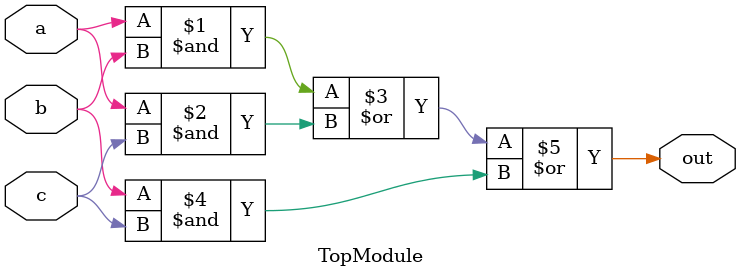
<source format=sv>

module TopModule (
  input a,
  input b,
  input c,
  output out
);

  assign out = (a & b) | (a & c) | (b & c);

endmodule

// VERILOG-EVAL: abnormal backticks count
// VERILOG-EVAL: errant inclusion of module definition

</source>
